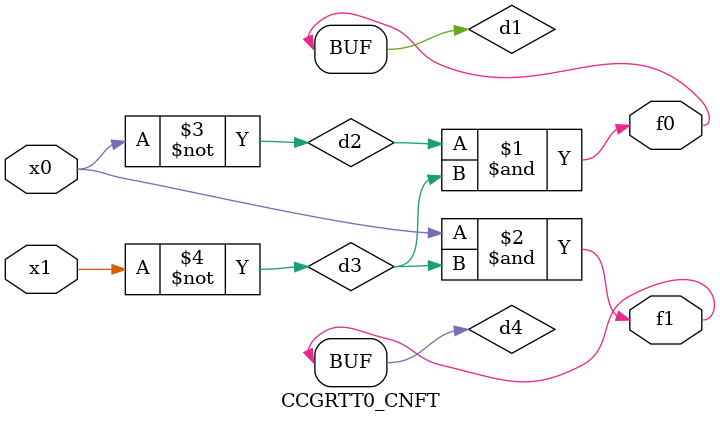
<source format=v>
module CCGRTT0_CNFT( x0, x1, f0, f1 );

	input x0, x1;
	output f0, f1;

	wire d1, d2, d3, d4;

	assign f0 = d1;
	and (d1, d2, d3);
	not (d2, x0);
	not (d3, x1);
	assign f1 = d4;
	and (d4, x0, d3);
endmodule

</source>
